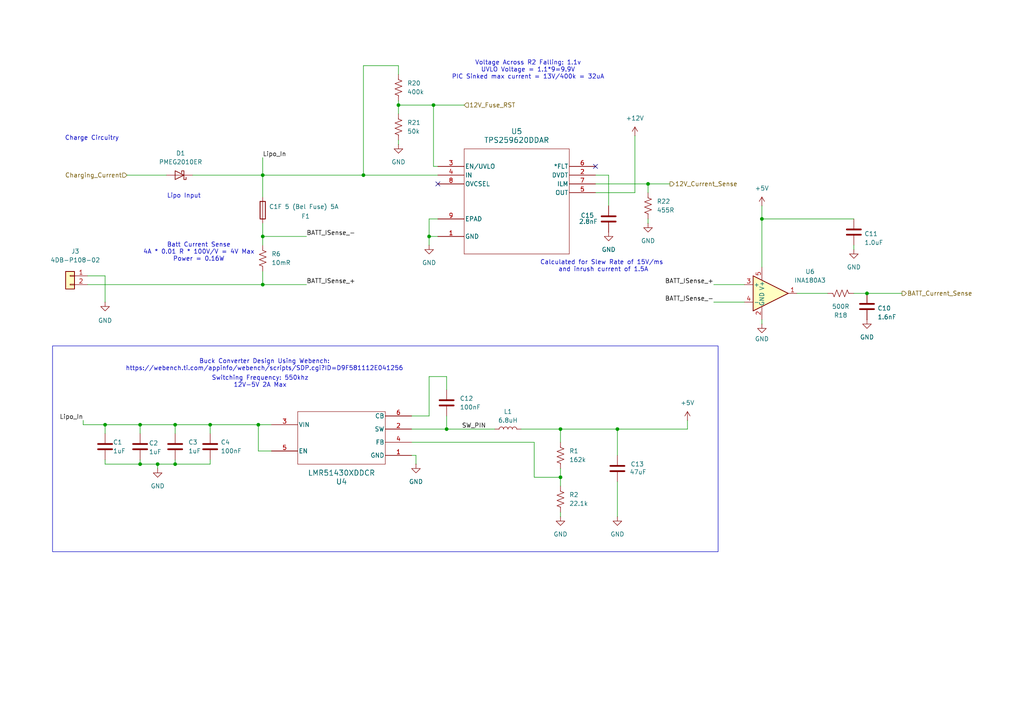
<source format=kicad_sch>
(kicad_sch (version 20231120) (generator "eeschema") (generator_version "8.0")
  (paper "A4")
  (lib_symbols
    (symbol "2024-11-08_04-01-59:LMR51430XDDCR" (pin_names (offset 0.254))
      (property "Reference" "U4" (at 20.32 10.16 0))
      (property "Value" "LMR51430XDDCR" (at 20.32 7.62 0))
      (symbol "LMR51430XDDCR_1_1"
        (polyline (pts (xy 7.62 -10.16) (xy 33.02 -10.16)) (stroke (width 0.127)))
        (polyline (pts (xy 7.62 5.08) (xy 7.62 -10.16)) (stroke (width 0.127)))
        (polyline (pts (xy 33.02 -10.16) (xy 33.02 5.08)) (stroke (width 0.127)))
        (polyline (pts (xy 33.02 5.08) (xy 7.62 5.08)) (stroke (width 0.127)))
        (pin power_out line (at 40.64 2.54 180) (length 7.62) (name "GND") (number "1"))
        (pin power_in line (at 40.64 -5.08 180) (length 7.62) (name "SW") (number "2"))
        (pin power_in line (at 0 -6.35 0) (length 7.62) (name "VIN") (number "3"))
        (pin unspecified line (at 40.64 -1.27 180) (length 7.62) (name "FB") (number "4"))
        (pin unspecified line (at 0 1.27 0) (length 7.62) (name "EN") (number "5"))
        (pin power_in line (at 40.64 -8.89 180) (length 7.62) (name "CB") (number "6"))
      )
    )
    (symbol "Amplifier_Current:INA180A3" (pin_names (offset 0.127))
      (property "Reference" "U" (at 3.81 3.81 0))
      (property "Value" "INA180A3" (at 3.81 -2.54 0))
      (symbol "INA180A3_0_1"
        (polyline (pts (xy 5.08 0) (xy -5.08 5.08) (xy -5.08 -5.08) (xy 5.08 0)) (stroke (width 0.254)) (fill (type background)))
      )
      (symbol "INA180A3_1_1"
        (pin output line (at 7.62 0 180) (length 2.54) (name "~") (number "1"))
        (pin power_in line (at -2.54 -7.62 90) (length 3.81) (name "GND") (number "2"))
        (pin input line (at -7.62 2.54 0) (length 2.54) (name "+") (number "3"))
        (pin input line (at -7.62 -2.54 0) (length 2.54) (name "-") (number "4"))
        (pin power_in line (at -2.54 7.62 270) (length 3.81) (name "V+") (number "5"))
      )
    )
    (symbol "Connector_Generic:Conn_01x02" (pin_names (offset 1.016) hide)
      (property "Reference" "J" (at 0 2.54 0))
      (property "Value" "Conn_01x02" (at 0 -5.08 0))
      (symbol "Conn_01x02_1_1"
        (rectangle (start -1.27 -2.413) (end 0 -2.667) (stroke (width 0.1524)))
        (rectangle (start -1.27 0.127) (end 0 -0.127) (stroke (width 0.1524)))
        (rectangle (start -1.27 1.27) (end 1.27 -3.81) (stroke (width 0.254)) (fill (type background)))
        (pin passive line (at -5.08 0 0) (length 3.81) (name "Pin_1") (number "1"))
        (pin passive line (at -5.08 -2.54 0) (length 3.81) (name "Pin_2") (number "2"))
      )
    )
    (symbol "Device:C" (pin_numbers hide) (pin_names (offset 0.254))
      (property "Reference" "C" (at 0.635 2.54 0))
      (property "Value" "C" (at 0.635 -2.54 0))
      (symbol "C_0_1"
        (polyline (pts (xy -2.032 -0.762) (xy 2.032 -0.762)) (stroke (width 0.508)))
        (polyline (pts (xy -2.032 0.762) (xy 2.032 0.762)) (stroke (width 0.508)))
      )
      (symbol "C_1_1"
        (pin passive line (at 0 3.81 270) (length 2.794) (name "~") (number "1"))
        (pin passive line (at 0 -3.81 90) (length 2.794) (name "~") (number "2"))
      )
    )
    (symbol "Device:Fuse" (pin_numbers hide) (pin_names (offset 0))
      (property "Reference" "F" (at 2.032 0 90))
      (property "Value" "Fuse" (at -1.905 0 90))
      (symbol "Fuse_0_1"
        (rectangle (start -0.762 -2.54) (end 0.762 2.54) (stroke (width 0.254)))
        (polyline (pts (xy 0 2.54) (xy 0 -2.54)))
      )
      (symbol "Fuse_1_1"
        (pin passive line (at 0 3.81 270) (length 1.27) (name "~") (number "1"))
        (pin passive line (at 0 -3.81 90) (length 1.27) (name "~") (number "2"))
      )
    )
    (symbol "Device:L" (pin_numbers hide) (pin_names (offset 1.016) hide)
      (property "Reference" "L" (at -1.27 0 90))
      (property "Value" "L" (at 1.905 0 90))
      (symbol "L_0_1"
        (arc (start 0 -2.54) (mid 0.6323 -1.905) (end 0 -1.27))
        (arc (start 0 -1.27) (mid 0.6323 -0.635) (end 0 0))
        (arc (start 0 0) (mid 0.6323 0.635) (end 0 1.27))
        (arc (start 0 1.27) (mid 0.6323 1.905) (end 0 2.54))
      )
      (symbol "L_1_1"
        (pin passive line (at 0 3.81 270) (length 1.27) (name "1") (number "1"))
        (pin passive line (at 0 -3.81 90) (length 1.27) (name "2") (number "2"))
      )
    )
    (symbol "Device:R_US" (pin_numbers hide) (pin_names (offset 0))
      (property "Reference" "R" (at 2.54 0 90))
      (property "Value" "R_US" (at -2.54 0 90))
      (symbol "R_US_0_1"
        (polyline (pts (xy 0 -2.286) (xy 0 -2.54)))
        (polyline (pts (xy 0 2.286) (xy 0 2.54)))
        (polyline (pts (xy 0 -0.762) (xy 1.016 -1.143) (xy 0 -1.524) (xy -1.016 -1.905) (xy 0 -2.286)))
        (polyline (pts (xy 0 0.762) (xy 1.016 0.381) (xy 0 0) (xy -1.016 -0.381) (xy 0 -0.762)))
        (polyline (pts (xy 0 2.286) (xy 1.016 1.905) (xy 0 1.524) (xy -1.016 1.143) (xy 0 0.762)))
      )
      (symbol "R_US_1_1"
        (pin passive line (at 0 3.81 270) (length 1.27) (name "~") (number "1"))
        (pin passive line (at 0 -3.81 90) (length 1.27) (name "~") (number "2"))
      )
    )
    (symbol "Diode:PMEG2010ER" (pin_numbers hide) (pin_names hide)
      (property "Reference" "D" (at 0 2.54 0))
      (property "Value" "PMEG2010ER" (at 0 -2.54 0))
      (symbol "PMEG2010ER_0_1"
        (polyline (pts (xy 1.27 0) (xy -1.27 0)))
        (polyline (pts (xy 1.27 1.27) (xy 1.27 -1.27) (xy -1.27 0) (xy 1.27 1.27)) (stroke (width 0.2032)))
        (polyline (pts (xy -1.905 0.635) (xy -1.905 1.27) (xy -1.27 1.27) (xy -1.27 -1.27) (xy -0.635 -1.27) (xy -0.635 -0.635)) (stroke (width 0.2032)))
      )
      (symbol "PMEG2010ER_1_1"
        (pin passive line (at -3.81 0 0) (length 2.54) (name "K") (number "1"))
        (pin passive line (at 3.81 0 180) (length 2.54) (name "A") (number "2"))
      )
    )
    (symbol "TPS2596DDAR:TPS259620DDAR" (pin_names (offset 0.254))
      (property "Reference" "U" (at 22.86 10.16 0))
      (property "Value" "TPS259620DDAR" (at 22.86 7.62 0))
      (symbol "TPS259620DDAR_0_1"
        (polyline (pts (xy 7.62 -25.4) (xy 38.1 -25.4)) (stroke (width 0.127)))
        (polyline (pts (xy 7.62 5.08) (xy 7.62 -25.4)) (stroke (width 0.127)))
        (polyline (pts (xy 38.1 -25.4) (xy 38.1 5.08)) (stroke (width 0.127)))
        (polyline (pts (xy 38.1 5.08) (xy 7.62 5.08)) (stroke (width 0.127)))
        (pin power_in line (at 0 -20.32 0) (length 7.62) (name "GND") (number "1"))
        (pin output line (at 45.72 -2.54 180) (length 7.62) (name "DVDT") (number "2"))
        (pin input line (at 0 0 0) (length 7.62) (name "EN/UVLO") (number "3"))
        (pin power_in line (at 0 -2.54 0) (length 7.62) (name "IN") (number "4"))
        (pin power_in line (at 45.72 -7.62 180) (length 7.62) (name "OUT") (number "5"))
        (pin output line (at 45.72 0 180) (length 7.62) (name "*FLT") (number "6"))
        (pin output line (at 45.72 -5.08 180) (length 7.62) (name "ILM") (number "7"))
        (pin input line (at 0 -5.08 0) (length 7.62) (name "OVCSEL") (number "8"))
        (pin power_in line (at 0 -15.24 0) (length 7.62) (name "EPAD") (number "9"))
      )
    )
    (symbol "power:+12V" (power) (pin_numbers hide) (pin_names (offset 0) hide)
      (property "Value" "+12V" (at 0 3.556 0))
      (symbol "+12V_0_1"
        (polyline (pts (xy -0.762 1.27) (xy 0 2.54)))
        (polyline (pts (xy 0 0) (xy 0 2.54)))
        (polyline (pts (xy 0 2.54) (xy 0.762 1.27)))
      )
      (symbol "+12V_1_1"
        (pin power_in line (at 0 0 90) (length 0) (name "~") (number "1"))
      )
    )
    (symbol "power:+5V" (power) (pin_numbers hide) (pin_names (offset 0) hide)
      (property "Value" "+5V" (at 0 3.556 0))
      (symbol "+5V_0_1"
        (polyline (pts (xy -0.762 1.27) (xy 0 2.54)))
        (polyline (pts (xy 0 0) (xy 0 2.54)))
        (polyline (pts (xy 0 2.54) (xy 0.762 1.27)))
      )
      (symbol "+5V_1_1"
        (pin power_in line (at 0 0 90) (length 0) (name "~") (number "1"))
      )
    )
    (symbol "power:GND" (power) (pin_numbers hide) (pin_names (offset 0) hide)
      (property "Value" "GND" (at 0 -3.81 0))
      (symbol "GND_0_1"
        (polyline (pts (xy 0 0) (xy 0 -1.27) (xy 1.27 -1.27) (xy 0 -2.54) (xy -1.27 -1.27) (xy 0 -1.27)))
      )
      (symbol "GND_1_1"
        (pin power_in line (at 0 0 270) (length 0) (name "~") (number "1"))
      )
    )
  )
  (junction (at 50.8 123.19))
  (junction (at 162.56 124.46))
  (junction (at 30.48 123.19))
  (junction (at 129.54 124.46))
  (junction (at 179.07 124.46))
  (junction (at 251.46 85.09))
  (junction (at 40.64 123.19))
  (junction (at 50.8 134.62))
  (junction (at 74.93 123.19))
  (junction (at 60.96 123.19))
  (junction (at 124.46 68.58))
  (junction (at 115.57 30.48))
  (junction (at 162.56 138.43))
  (junction (at 76.2 82.55))
  (junction (at 76.2 68.58))
  (junction (at 105.41 50.8))
  (junction (at 187.96 53.34))
  (junction (at 40.64 134.62))
  (junction (at 125.73 30.48))
  (junction (at 45.72 134.62))
  (junction (at 220.98 63.5))
  (junction (at 76.2 50.8))
  (no_connect (at 172.72 48.26))
  (no_connect (at 127 53.34))
  (wire (pts (xy 76.2 50.8) (xy 76.2 57.15)))
  (wire (pts (xy 76.2 45.72) (xy 76.2 50.8)))
  (wire (pts (xy 30.48 134.62) (xy 40.64 134.62)))
  (wire (pts (xy 36.83 50.8) (xy 48.26 50.8)))
  (wire (pts (xy 76.2 82.55) (xy 88.9 82.55)))
  (wire (pts (xy 40.64 123.19) (xy 50.8 123.19)))
  (wire (pts (xy 76.2 68.58) (xy 88.9 68.58)))
  (wire (pts (xy 124.46 120.65) (xy 124.46 109.22)))
  (wire (pts (xy 50.8 133.35) (xy 50.8 134.62)))
  (wire (pts (xy 55.88 50.8) (xy 76.2 50.8)))
  (wire (pts (xy 50.8 134.62) (xy 60.96 134.62)))
  (wire (pts (xy 125.73 48.26) (xy 127 48.26)))
  (wire (pts (xy 105.41 50.8) (xy 127 50.8)))
  (wire (pts (xy 220.98 63.5) (xy 247.65 63.5)))
  (wire (pts (xy 105.41 19.05) (xy 115.57 19.05)))
  (wire (pts (xy 124.46 68.58) (xy 124.46 71.12)))
  (wire (pts (xy 30.48 80.01) (xy 30.48 87.63)))
  (wire (pts (xy 50.8 123.19) (xy 60.96 123.19)))
  (wire (pts (xy 40.64 123.19) (xy 40.64 125.73)))
  (wire (pts (xy 76.2 64.77) (xy 76.2 68.58)))
  (wire (pts (xy 162.56 135.89) (xy 162.56 138.43)))
  (wire (pts (xy 172.72 50.8) (xy 176.53 50.8)))
  (wire (pts (xy 74.93 123.19) (xy 78.74 123.19)))
  (wire (pts (xy 172.72 53.34) (xy 187.96 53.34)))
  (wire (pts (xy 30.48 133.35) (xy 30.48 134.62)))
  (wire (pts (xy 40.64 133.35) (xy 40.64 134.62)))
  (wire (pts (xy 162.56 138.43) (xy 162.56 140.97)))
  (wire (pts (xy 162.56 148.59) (xy 162.56 149.86)))
  (wire (pts (xy 207.01 87.63) (xy 215.9 87.63)))
  (wire (pts (xy 129.54 109.22) (xy 129.54 113.03)))
  (wire (pts (xy 176.53 50.8) (xy 176.53 59.69)))
  (wire (pts (xy 105.41 50.8) (xy 105.41 19.05)))
  (wire (pts (xy 220.98 63.5) (xy 220.98 77.47)))
  (wire (pts (xy 247.65 85.09) (xy 251.46 85.09)))
  (wire (pts (xy 187.96 63.5) (xy 187.96 64.77)))
  (wire (pts (xy 60.96 123.19) (xy 74.93 123.19)))
  (wire (pts (xy 124.46 109.22) (xy 129.54 109.22)))
  (wire (pts (xy 187.96 53.34) (xy 187.96 55.88)))
  (wire (pts (xy 115.57 30.48) (xy 115.57 33.02)))
  (wire (pts (xy 115.57 19.05) (xy 115.57 21.59)))
  (wire (pts (xy 199.39 121.92) (xy 199.39 124.46)))
  (wire (pts (xy 25.4 82.55) (xy 76.2 82.55)))
  (wire (pts (xy 115.57 40.64) (xy 115.57 41.91)))
  (wire (pts (xy 24.13 121.92) (xy 24.13 123.19)))
  (wire (pts (xy 60.96 133.35) (xy 60.96 134.62)))
  (wire (pts (xy 25.4 80.01) (xy 30.48 80.01)))
  (wire (pts (xy 119.38 132.08) (xy 120.65 132.08)))
  (wire (pts (xy 119.38 120.65) (xy 124.46 120.65)))
  (wire (pts (xy 45.72 134.62) (xy 50.8 134.62)))
  (wire (pts (xy 187.96 53.34) (xy 194.31 53.34)))
  (wire (pts (xy 179.07 124.46) (xy 179.07 132.08)))
  (wire (pts (xy 76.2 78.74) (xy 76.2 82.55)))
  (wire (pts (xy 154.94 138.43) (xy 154.94 128.27)))
  (wire (pts (xy 247.65 71.12) (xy 247.65 72.39)))
  (wire (pts (xy 231.14 85.09) (xy 240.03 85.09)))
  (wire (pts (xy 179.07 139.7) (xy 179.07 149.86)))
  (wire (pts (xy 78.74 130.81) (xy 74.93 130.81)))
  (wire (pts (xy 125.73 30.48) (xy 125.73 48.26)))
  (wire (pts (xy 76.2 68.58) (xy 76.2 71.12)))
  (wire (pts (xy 162.56 124.46) (xy 162.56 128.27)))
  (wire (pts (xy 120.65 132.08) (xy 120.65 134.62)))
  (wire (pts (xy 30.48 123.19) (xy 40.64 123.19)))
  (wire (pts (xy 119.38 124.46) (xy 129.54 124.46)))
  (wire (pts (xy 162.56 124.46) (xy 179.07 124.46)))
  (wire (pts (xy 207.01 82.55) (xy 215.9 82.55)))
  (wire (pts (xy 60.96 123.19) (xy 60.96 125.73)))
  (wire (pts (xy 50.8 123.19) (xy 50.8 125.73)))
  (wire (pts (xy 151.13 124.46) (xy 162.56 124.46)))
  (wire (pts (xy 162.56 138.43) (xy 154.94 138.43)))
  (wire (pts (xy 251.46 85.09) (xy 261.62 85.09)))
  (wire (pts (xy 115.57 29.21) (xy 115.57 30.48)))
  (wire (pts (xy 30.48 123.19) (xy 30.48 125.73)))
  (wire (pts (xy 154.94 128.27) (xy 119.38 128.27)))
  (wire (pts (xy 127 63.5) (xy 124.46 63.5)))
  (wire (pts (xy 127 68.58) (xy 124.46 68.58)))
  (wire (pts (xy 179.07 124.46) (xy 199.39 124.46)))
  (wire (pts (xy 220.98 59.69) (xy 220.98 63.5)))
  (wire (pts (xy 129.54 124.46) (xy 143.51 124.46)))
  (wire (pts (xy 115.57 30.48) (xy 125.73 30.48)))
  (wire (pts (xy 45.72 134.62) (xy 45.72 135.89)))
  (wire (pts (xy 220.98 92.71) (xy 220.98 93.98)))
  (wire (pts (xy 76.2 50.8) (xy 105.41 50.8)))
  (wire (pts (xy 125.73 30.48) (xy 134.62 30.48)))
  (wire (pts (xy 40.64 134.62) (xy 45.72 134.62)))
  (wire (pts (xy 184.15 39.37) (xy 184.15 55.88)))
  (wire (pts (xy 124.46 63.5) (xy 124.46 68.58)))
  (wire (pts (xy 129.54 120.65) (xy 129.54 124.46)))
  (wire (pts (xy 74.93 130.81) (xy 74.93 123.19)))
  (wire (pts (xy 24.13 123.19) (xy 30.48 123.19)))
  (wire (pts (xy 172.72 55.88) (xy 184.15 55.88)))
  (rectangle (start 15.24 100.33) (end 208.28 160.02))
  (text "Charge Circuitry" (at 26.67 40.132 0) (effects (font (size 1.27 1.27))))
  (text "Switching Frequency: 550khz\n12V-5V 2A Max\n" (at 75.438 110.744 0) (effects (font (size 1.27 1.27))))
  (text "Calculated for Slew Rate of 15V/ms \nand inrush current of 1.5A" (at 175.006 77.216 0) (effects (font (size 1.27 1.27))))
  (text "Lipo Input" (at 53.34 56.896 0) (effects (font (size 1.27 1.27))))
  (text "Buck Converter Design Using Webench:\nhttps://webench.ti.com/appinfo/webench/scripts/SDP.cgi?ID=D9F581112E041256" (at 76.708 105.918 0) (effects (font (size 1.27 1.27))))
  (text "Voltage Across R2 Falling: 1.1v\nUVLO Voltage = 1.1*9=9.9V\nPIC Sinked max current = 13V/400k = 32uA" (at 153.162 20.32 0) (effects (font (size 1.27 1.27))))
  (text "Batt Current Sense\n4A * 0.01 R * 100V/V = 4V Max\nPower = 0.16W" (at 57.658 73.152 0) (effects (font (size 1.27 1.27))))
  (label "BATT_ISense_-" (at 207.01 87.63 180))
  (label "Lipo_In" (at 24.13 121.92 180))
  (label "Lipo_In" (at 76.2 45.72 0))
  (label "BATT_ISense_+" (at 207.01 82.55 180))
  (label "BATT_ISense_+" (at 88.9 82.55 0))
  (label "BATT_ISense_-" (at 88.9 68.58 0))
  (label "SW_PIN" (at 140.97 124.46 180))
  (hierarchical_label "12V_Current_Sense" (shape output) (at 194.31 53.34 0))
  (hierarchical_label "BATT_Current_Sense" (shape output) (at 261.62 85.09 0))
  (hierarchical_label "Charging_Current" (shape input) (at 36.83 50.8 180))
  (hierarchical_label "12V_Fuse_RST" (shape input) (at 134.62 30.48 0))
  (symbol (lib_id "Connector_Generic:Conn_01x02") (at 20.32 80.01 0) (mirror y) (unit 1)
    (property "Reference" "J3" (at 21.844 72.898 0))
    (property "Value" "4DB-P108-02" (at 21.844 75.438 0))
    (property "Footprint" "canhw_footprints:TE_2-1437667-4" (effects (hide yes)))
  )
  (symbol (lib_id "power:GND") (at 30.48 87.63 0) (unit 1)
    (property "Reference" "#PWR020" (effects (hide yes)))
    (property "Value" "GND" (at 30.48 92.964 0))
    (property "Description" "Power symbol creates a global label with name \"GND\" , ground" (effects (hide yes)))
  )
  (symbol (lib_id "2024-11-08_04-01-59:LMR51430XDDCR") (at 78.74 129.54 0) (mirror x) (unit 1)
    (property "Reference" "U4" (at 99.06 139.7 0) (effects (font (size 1.524 1.524))))
    (property "Value" "LMR51430XDDCR" (at 99.06 137.16 0) (effects (font (size 1.524 1.524))))
    (property "Footprint" "LMR51430XDDCR:SOT-23-THIN-6_DDC_TEX-L" (effects (hide yes)))
    (property "Datasheet" "https://www.ti.com/lit/ds/symlink/lmr51430.pdf?ts=1731011945492" (effects (hide yes)))
  )
  (symbol (lib_id "power:GND") (at 251.46 92.71 0) (unit 1)
    (property "Reference" "#PWR022" (effects (hide yes)))
    (property "Value" "GND" (at 251.46 97.79 0))
    (property "Description" "Power symbol creates a global label with name \"GND\" , ground" (effects (hide yes)))
  )
  (symbol (lib_id "Device:Fuse") (at 76.2 60.96 180) (unit 1)
    (property "Reference" "F1" (at 88.646 62.738 0))
    (property "Value" "C1F 5 (Bel Fuse) 5A" (at 88.138 59.944 0))
    (property "Footprint" "Fuse:Fuse_1206_3216Metric_Pad1.42x1.75mm_HandSolder" (effects (hide yes)))
    (property "Datasheet" "https://www.vishay.com/docs/28747/mfuserie.pdf" (effects (hide yes)))
    (property "Description" "Fuse" (effects (hide yes)))
  )
  (symbol (lib_id "TPS2596DDAR:TPS259620DDAR") (at 127 48.26 0) (unit 1)
    (property "Reference" "U5" (at 149.86 38.1 0) (effects (font (size 1.524 1.524))))
    (property "Value" "TPS259620DDAR" (at 149.86 40.64 0) (effects (font (size 1.524 1.524))))
    (property "Footprint" "SOIC_20DDAR_TEX" (effects (hide yes)))
    (property "Datasheet" "TPS259620DDAR" (effects (hide yes)))
  )
  (symbol (lib_id "Device:C") (at 40.64 129.54 0) (unit 1)
    (property "Reference" "C2" (at 43.18 128.524 0) (effects (justify left)))
    (property "Value" "1uF" (at 43.18 131.064 0) (effects (justify left)))
    (property "Footprint" "Capacitor_SMD:C_0805_2012Metric_Pad1.18x1.45mm_HandSolder" (effects (hide yes)))
    (property "Description" "Unpolarized capacitor" (effects (hide yes)))
  )
  (symbol (lib_id "power:GND") (at 120.65 134.62 0) (unit 1)
    (property "Reference" "#PWR04" (effects (hide yes)))
    (property "Value" "GND" (at 120.65 139.7 0))
    (property "Description" "Power symbol creates a global label with name \"GND\" , ground" (effects (hide yes)))
  )
  (symbol (lib_id "power:+5V") (at 199.39 121.92 0) (mirror y) (unit 1)
    (property "Reference" "#PWR048" (effects (hide yes)))
    (property "Value" "+5V" (at 199.39 116.84 0))
    (property "Description" "Power symbol creates a global label with name \"+5V\"" (effects (hide yes)))
  )
  (symbol (lib_id "Device:C") (at 176.53 63.5 0) (unit 1)
    (property "Reference" "C15" (at 168.402 62.484 0) (effects (justify left)))
    (property "Value" "2.8nF" (at 167.894 64.262 0) (effects (justify left)))
    (property "Description" "Unpolarized capacitor" (effects (hide yes)))
  )
  (symbol (lib_id "Device:R_US") (at 115.57 25.4 0) (unit 1)
    (property "Reference" "R20" (at 118.11 24.1299 0) (effects (justify left)))
    (property "Value" "400k" (at 118.11 26.6699 0) (effects (justify left)))
    (property "Description" "Resistor, US symbol" (effects (hide yes)))
  )
  (symbol (lib_id "Amplifier_Current:INA180A3") (at 223.52 85.09 0) (unit 1)
    (property "Reference" "U6" (at 234.95 78.7714 0))
    (property "Value" "INA180A3" (at 234.95 81.3114 0))
    (property "Footprint" "Package_TO_SOT_SMD:SOT-23-5" (effects (hide yes)))
    (property "Datasheet" "http://www.ti.com/lit/ds/symlink/ina180.pdf" (effects (hide yes)))
    (property "Description" "Current Sense Amplifier, 1 Circuit, Rail-to-Rail, 26V, Gain 100 V/V, SOT-23-5" (effects (hide yes)))
  )
  (symbol (lib_id "power:GND") (at 124.46 71.12 0) (mirror y) (unit 1)
    (property "Reference" "#PWR041" (effects (hide yes)))
    (property "Value" "GND" (at 124.46 76.2 0))
    (property "Description" "Power symbol creates a global label with name \"GND\" , ground" (effects (hide yes)))
  )
  (symbol (lib_id "power:GND") (at 247.65 72.39 0) (unit 1)
    (property "Reference" "#PWR028" (effects (hide yes)))
    (property "Value" "GND" (at 247.65 77.47 0))
    (property "Description" "Power symbol creates a global label with name \"GND\" , ground" (effects (hide yes)))
  )
  (symbol (lib_id "power:GND") (at 162.56 149.86 0) (unit 1)
    (property "Reference" "#PWR05" (effects (hide yes)))
    (property "Value" "GND" (at 162.56 154.94 0))
    (property "Description" "Power symbol creates a global label with name \"GND\" , ground" (effects (hide yes)))
  )
  (symbol (lib_id "power:GND") (at 187.96 64.77 0) (mirror y) (unit 1)
    (property "Reference" "#PWR043" (effects (hide yes)))
    (property "Value" "GND" (at 187.96 69.85 0))
    (property "Description" "Power symbol creates a global label with name \"GND\" , ground" (effects (hide yes)))
  )
  (symbol (lib_id "Device:R_US") (at 76.2 74.93 0) (unit 1)
    (property "Reference" "R6" (at 78.74 73.6599 0) (effects (justify left)))
    (property "Value" "10mR" (at 78.74 76.1999 0) (effects (justify left)))
    (property "Description" "Resistor, US symbol" (effects (hide yes)))
  )
  (symbol (lib_id "power:GND") (at 45.72 135.89 0) (unit 1)
    (property "Reference" "#PWR03" (effects (hide yes)))
    (property "Value" "GND" (at 45.72 140.97 0))
    (property "Description" "Power symbol creates a global label with name \"GND\" , ground" (effects (hide yes)))
  )
  (symbol (lib_id "power:GND") (at 179.07 149.86 0) (unit 1)
    (property "Reference" "#PWR027" (effects (hide yes)))
    (property "Value" "GND" (at 179.07 154.94 0))
    (property "Description" "Power symbol creates a global label with name \"GND\" , ground" (effects (hide yes)))
  )
  (symbol (lib_id "Diode:PMEG2010ER") (at 52.07 50.8 180) (unit 1)
    (property "Reference" "D1" (at 52.3875 44.45 0))
    (property "Value" "PMEG2010ER" (at 52.3875 46.99 0))
    (property "Footprint" "Diode_SMD:Nexperia_CFP3_SOD-123W" (effects (hide yes)))
    (property "Datasheet" "https://assets.nexperia.com/documents/data-sheet/PMEG2010ER.pdf" (effects (hide yes)))
    (property "Description" "20V, 1A low Vf MEGA Schottky barrier rectifier, SOD-123W" (effects (hide yes)))
  )
  (symbol (lib_id "power:GND") (at 176.53 67.31 0) (mirror y) (unit 1)
    (property "Reference" "#PWR032" (effects (hide yes)))
    (property "Value" "GND" (at 176.53 72.39 0))
    (property "Description" "Power symbol creates a global label with name \"GND\" , ground" (effects (hide yes)))
  )
  (symbol (lib_id "Device:C") (at 251.46 88.9 0) (unit 1)
    (property "Reference" "C10" (at 254.508 89.408 0) (effects (justify left)))
    (property "Value" "1.6nF" (at 254.508 91.948 0) (effects (justify left)))
    (property "Footprint" "Capacitor_SMD:C_0805_2012Metric_Pad1.18x1.45mm_HandSolder" (effects (hide yes)))
    (property "Description" "Unpolarized capacitor" (effects (hide yes)))
  )
  (symbol (lib_id "power:GND") (at 220.98 93.98 0) (mirror y) (unit 1)
    (property "Reference" "#PWR01" (effects (hide yes)))
    (property "Value" "GND" (at 220.98 98.298 0))
    (property "Description" "Power symbol creates a global label with name \"GND\" , ground" (effects (hide yes)))
  )
  (symbol (lib_id "Device:R_US") (at 115.57 36.83 0) (unit 1)
    (property "Reference" "R21" (at 118.11 35.5599 0) (effects (justify left)))
    (property "Value" "50k" (at 118.11 38.0999 0) (effects (justify left)))
    (property "Description" "Resistor, US symbol" (effects (hide yes)))
  )
  (symbol (lib_id "Device:R_US") (at 187.96 59.69 0) (unit 1)
    (property "Reference" "R22" (at 190.5 58.4199 0) (effects (justify left)))
    (property "Value" "455R" (at 190.5 60.9599 0) (effects (justify left)))
    (property "Description" "Resistor, US symbol" (effects (hide yes)))
  )
  (symbol (lib_id "Device:C") (at 30.48 129.54 0) (unit 1)
    (property "Reference" "C1" (at 32.766 128.27 0) (effects (justify left)))
    (property "Value" "1uF" (at 32.766 130.81 0) (effects (justify left)))
    (property "Footprint" "Capacitor_SMD:C_0805_2012Metric_Pad1.18x1.45mm_HandSolder" (effects (hide yes)))
    (property "Description" "Unpolarized capacitor" (effects (hide yes)))
  )
  (symbol (lib_id "Device:R_US") (at 243.84 85.09 270) (mirror x) (unit 1)
    (property "Reference" "R18" (at 243.84 91.44 90))
    (property "Value" "500R" (at 243.84 88.9 90))
    (property "Footprint" "Resistor_SMD:R_0805_2012Metric_Pad1.20x1.40mm_HandSolder" (effects (hide yes)))
    (property "Description" "Resistor, US symbol" (effects (hide yes)))
  )
  (symbol (lib_id "Device:L") (at 147.32 124.46 90) (unit 1)
    (property "Reference" "L1" (at 147.32 119.38 90))
    (property "Value" "6.8uH" (at 147.32 121.92 90))
    (property "Footprint" "Altium_WE-MAIA (rev24b):WE-MAIA_5020" (effects (hide yes)))
    (property "Datasheet" "https://www.we-online.com/components/products/datasheet/78438367068.pdf" (effects (hide yes)))
    (property "Description" "Inductor" (effects (hide yes)))
  )
  (symbol (lib_id "Device:C") (at 247.65 67.31 0) (unit 1)
    (property "Reference" "C11" (at 250.698 67.818 0) (effects (justify left)))
    (property "Value" "1.0uF" (at 250.698 70.358 0) (effects (justify left)))
    (property "Footprint" "Capacitor_SMD:C_0805_2012Metric_Pad1.18x1.45mm_HandSolder" (effects (hide yes)))
    (property "Description" "Unpolarized capacitor" (effects (hide yes)))
  )
  (symbol (lib_id "Device:C") (at 50.8 129.54 0) (unit 1)
    (property "Reference" "C3" (at 54.61 128.2699 0) (effects (justify left)))
    (property "Value" "1uF" (at 54.61 130.8099 0) (effects (justify left)))
    (property "Footprint" "Capacitor_SMD:C_0805_2012Metric_Pad1.18x1.45mm_HandSolder" (effects (hide yes)))
    (property "Description" "Unpolarized capacitor" (effects (hide yes)))
  )
  (symbol (lib_id "power:+12V") (at 184.15 39.37 0) (unit 1)
    (property "Reference" "#PWR024" (effects (hide yes)))
    (property "Value" "+12V" (at 184.15 34.29 0))
    (property "Description" "Power symbol creates a global label with name \"+12V\"" (effects (hide yes)))
  )
  (symbol (lib_id "Device:C") (at 60.96 129.54 0) (unit 1)
    (property "Reference" "C4" (at 64.008 128.27 0) (effects (justify left)))
    (property "Value" "100nF" (at 64.008 130.81 0) (effects (justify left)))
    (property "Footprint" "Capacitor_SMD:C_0805_2012Metric_Pad1.18x1.45mm_HandSolder" (effects (hide yes)))
    (property "Description" "Unpolarized capacitor" (effects (hide yes)))
  )
  (symbol (lib_id "Device:R_US") (at 162.56 132.08 0) (unit 1)
    (property "Reference" "R1" (at 165.1 130.8099 0) (effects (justify left)))
    (property "Value" "162k" (at 165.1 133.3499 0) (effects (justify left)))
    (property "Footprint" "Resistor_SMD:R_0805_2012Metric_Pad1.20x1.40mm_HandSolder" (effects (hide yes)))
    (property "Description" "Resistor, US symbol" (effects (hide yes)))
  )
  (symbol (lib_id "Device:C") (at 179.07 135.89 0) (unit 1)
    (property "Reference" "C13" (at 182.88 134.6199 0) (effects (justify left)))
    (property "Value" "47uF" (at 182.626 136.906 0) (effects (justify left)))
    (property "Footprint" "Capacitor_SMD:C_0805_2012Metric_Pad1.18x1.45mm_HandSolder" (effects (hide yes)))
    (property "Description" "Unpolarized capacitor" (effects (hide yes)))
  )
  (symbol (lib_id "power:+5V") (at 220.98 59.69 0) (unit 1)
    (property "Reference" "#PWR023" (effects (hide yes)))
    (property "Value" "+5V" (at 220.98 54.61 0))
    (property "Description" "Power symbol creates a global label with name \"+5V\"" (effects (hide yes)))
  )
  (symbol (lib_id "power:GND") (at 115.57 41.91 0) (unit 1)
    (property "Reference" "#PWR042" (effects (hide yes)))
    (property "Value" "GND" (at 115.57 46.99 0))
    (property "Description" "Power symbol creates a global label with name \"GND\" , ground" (effects (hide yes)))
  )
  (symbol (lib_id "Device:C") (at 129.54 116.84 0) (unit 1)
    (property "Reference" "C12" (at 133.35 115.5699 0) (effects (justify left)))
    (property "Value" "100nF" (at 133.35 118.1099 0) (effects (justify left)))
    (property "Footprint" "Capacitor_SMD:C_0805_2012Metric_Pad1.18x1.45mm_HandSolder" (effects (hide yes)))
    (property "Description" "Unpolarized capacitor" (effects (hide yes)))
  )
  (symbol (lib_id "Device:R_US") (at 162.56 144.78 0) (unit 1)
    (property "Reference" "R2" (at 165.1 143.5099 0) (effects (justify left)))
    (property "Value" "22.1k" (at 165.1 146.0499 0) (effects (justify left)))
    (property "Footprint" "Resistor_SMD:R_0805_2012Metric_Pad1.20x1.40mm_HandSolder" (effects (hide yes)))
    (property "Description" "Resistor, US symbol" (effects (hide yes)))
  )
)
</source>
